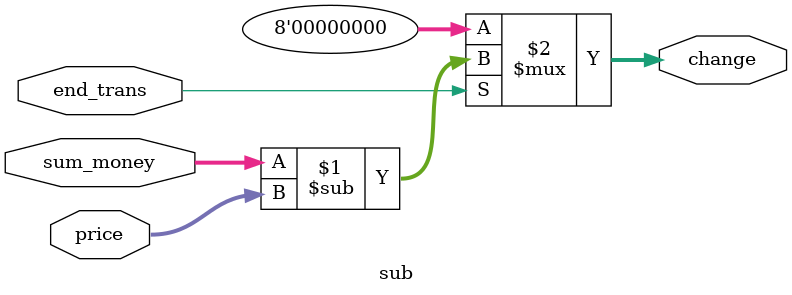
<source format=v>
module sub (                                                                                                                                                                                                       
input end_trans,
input [7:0] sum_money,
input [7:0] price,
output [7:0] change);
assign change = (end_trans) ? (sum_money - price ) : 8'b00000000;
endmodule
</source>
